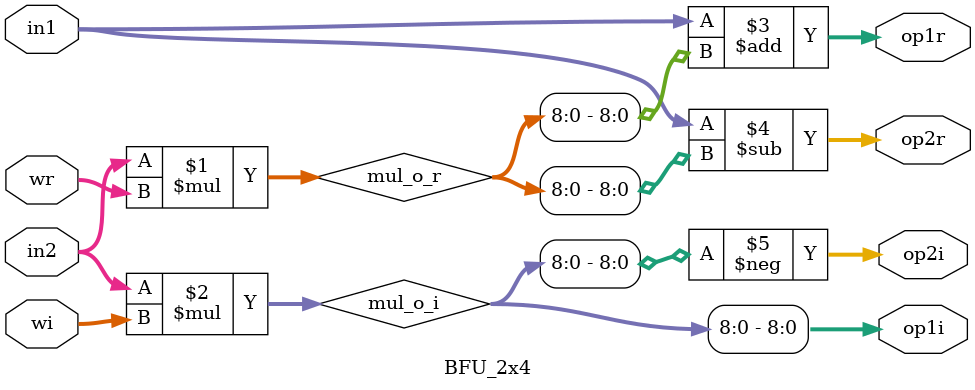
<source format=v>
`ifndef BFU_2X4

`define BFU_2X4

module BFU_2x4 #(parameter width = 9) (
    input  signed        [width-1:0] in1,
    input  signed        [width-1:0] in2,
    input  signed        [width-1:0] wr,
    input  signed        [width-1:0] wi,
    output               [width-1:0] op1r,
    output               [width-1:0] op1i,
    output               [width-1:0] op2r,
    output               [width-1:0] op2i
); 

wire [2*width-1:0] mul_o_r;
wire [2*width-1:0] mul_o_i;

assign mul_o_r =  in2*wr;
assign mul_o_i =  in2*wi;

// the first half portion of the multiplier output is taken as the inputs of this bfu is integer
assign op1r = in1 + mul_o_r[width-1:0];
assign op1i = mul_o_i[width-1:0];
assign op2r = in1 - mul_o_r[width-1:0];
assign op2i = -mul_o_i[width-1:0];

endmodule

`endif
</source>
